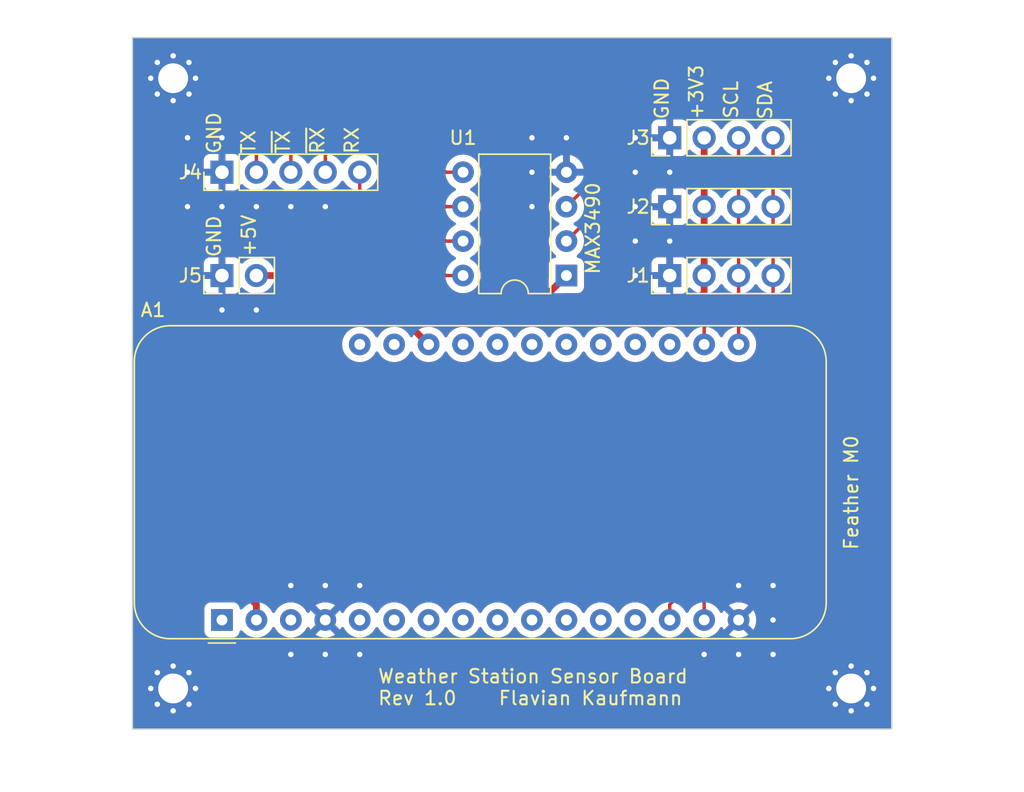
<source format=kicad_pcb>
(kicad_pcb (version 20221018) (generator pcbnew)
  (layers (0 "F.Cu" signal) (31 "B.Cu" signal) (34 "B.Paste" user) (35 "F.Paste" user) (36 "B.SilkS" user "B.Silkscreen") (37 "F.SilkS" user "F.Silkscreen") (38 "B.Mask" user) (39 "F.Mask" user) (44 "Edge.Cuts" user))
  (net 0 "")
  (net 2 "+3V3")
  (net 4 "GND")
  (net 14 "RX")
  (net 15 "TX")
  (net 16 "SDA")
  (net 17 "SCL")
  (net 25 "+5V")
  (net 28 "TX_POS")
  (net 29 "TX_NEG")
  (net 30 "RX_NEG")
  (net 31 "RX_POS")
  (footprint "MountingHole:MountingHole_2.2mm_M2_Pad_Via" (layer "F.Cu") (at 98 106.65)
    (fp_text reference "M3")
    (fp_text value "MountingHole_2.2mm_M2_Pad_Via")
    (pad "1" thru_hole circle (at -1.65 0) (size 0.7 0.7) (drill 0.4) (layers "*.Cu" "*.Mask") (net 4 "GND"))
    (pad "1" thru_hole circle (at -1.166726 -1.166726) (size 0.7 0.7) (drill 0.4) (layers "*.Cu" "*.Mask") (net 4 "GND"))
    (pad "1" thru_hole circle (at -1.166726 1.166726) (size 0.7 0.7) (drill 0.4) (layers "*.Cu" "*.Mask") (net 4 "GND"))
    (pad "1" thru_hole circle (at 0 -1.65) (size 0.7 0.7) (drill 0.4) (layers "*.Cu" "*.Mask") (net 4 "GND"))
    (pad "1" thru_hole circle (at 0 0) (size 4.4 4.4) (drill 2.2) (layers "*.Cu" "*.Mask") (net 4 "GND"))
    (pad "1" thru_hole circle (at 0 1.65) (size 0.7 0.7) (drill 0.4) (layers "*.Cu" "*.Mask") (net 4 "GND"))
    (pad "1" thru_hole circle (at 1.166726 -1.166726) (size 0.7 0.7) (drill 0.4) (layers "*.Cu" "*.Mask") (net 4 "GND"))
    (pad "1" thru_hole circle (at 1.166726 1.166726) (size 0.7 0.7) (drill 0.4) (layers "*.Cu" "*.Mask") (net 4 "GND"))
    (pad "1" thru_hole circle (at 1.65 0) (size 0.7 0.7) (drill 0.4) (layers "*.Cu" "*.Mask") (net 4 "GND"))
  )
  (footprint "Connector_PinHeader_2.54mm:PinHeader_1x02_P2.54mm_Vertical" (layer "F.Cu") (at 101.6 76.2 90)
    (fp_text reference "J5" (at 0 -2.33 180) (layer "F.SilkS"))
    (fp_text value "Conn_01x02")
    (fp_line (start -1.33 -1.33) (end 0 -1.33) (stroke (width 0.12)) (layer "F.SilkS"))
    (fp_line (start -1.33 0) (end -1.33 -1.33) (stroke (width 0.12)) (layer "F.SilkS"))
    (fp_line (start -1.33 1.27) (end -1.33 3.87) (stroke (width 0.12)) (layer "F.SilkS"))
    (fp_line (start -1.33 1.27) (end 1.33 1.27) (stroke (width 0.12)) (layer "F.SilkS"))
    (fp_line (start -1.33 3.87) (end 1.33 3.87) (stroke (width 0.12)) (layer "F.SilkS"))
    (fp_line (start 1.33 1.27) (end 1.33 3.87) (stroke (width 0.12)) (layer "F.SilkS"))
    (pad "1" thru_hole rect (at 0 0 90) (size 1.7 1.7) (drill 1) (layers "*.Cu" "*.Mask") (net 4 "GND"))
    (pad "2" thru_hole oval (at 0 2.54 90) (size 1.7 1.7) (drill 1) (layers "*.Cu" "*.Mask") (net 25 "+5V"))
  )
  (footprint "Package_DIP:DIP-8_W7.62mm" (layer "F.Cu") (at 127 76.2 180)
    (fp_text reference "U1" (at 7.62 10.16) (layer "F.SilkS"))
    (fp_text value "MAX3490xPA")
    (fp_line (start 1.16 -1.33) (end 1.16 8.95) (stroke (width 0.12)) (layer "F.SilkS"))
    (fp_line (start 1.16 8.95) (end 6.46 8.95) (stroke (width 0.12)) (layer "F.SilkS"))
    (fp_line (start 2.81 -1.33) (end 1.16 -1.33) (stroke (width 0.12)) (layer "F.SilkS"))
    (fp_line (start 6.46 -1.33) (end 4.81 -1.33) (stroke (width 0.12)) (layer "F.SilkS"))
    (fp_line (start 6.46 8.95) (end 6.46 -1.33) (stroke (width 0.12)) (layer "F.SilkS"))
    (fp_arc (start 4.81 -1.33) (mid 3.81 -0.33) (end 2.81 -1.33) (stroke (width 0.12)) (layer "F.SilkS"))
    (pad "1" thru_hole rect (at 0 0 180) (size 1.6 1.6) (drill 0.8) (layers "*.Cu" "*.Mask") (net 2 "+3V3"))
    (pad "2" thru_hole oval (at 0 2.54 180) (size 1.6 1.6) (drill 0.8) (layers "*.Cu" "*.Mask") (net 14 "RX"))
    (pad "3" thru_hole oval (at 0 5.08 180) (size 1.6 1.6) (drill 0.8) (layers "*.Cu" "*.Mask") (net 15 "TX"))
    (pad "4" thru_hole oval (at 0 7.62 180) (size 1.6 1.6) (drill 0.8) (layers "*.Cu" "*.Mask") (net 4 "GND"))
    (pad "5" thru_hole oval (at 7.62 7.62 180) (size 1.6 1.6) (drill 0.8) (layers "*.Cu" "*.Mask") (net 28 "TX_POS"))
    (pad "6" thru_hole oval (at 7.62 5.08 180) (size 1.6 1.6) (drill 0.8) (layers "*.Cu" "*.Mask") (net 29 "TX_NEG"))
    (pad "7" thru_hole oval (at 7.62 2.54 180) (size 1.6 1.6) (drill 0.8) (layers "*.Cu" "*.Mask") (net 30 "RX_NEG"))
    (pad "8" thru_hole oval (at 7.62 0 180) (size 1.6 1.6) (drill 0.8) (layers "*.Cu" "*.Mask") (net 31 "RX_POS"))
  )
  (footprint "Connector_PinHeader_2.54mm:PinHeader_1x04_P2.54mm_Vertical" (layer "F.Cu") (at 134.62 71.12 90)
    (fp_text reference "J2" (at 0 -2.33 180) (layer "F.SilkS"))
    (fp_text value "Conn_01x04")
    (fp_line (start -1.33 -1.33) (end 0 -1.33) (stroke (width 0.12)) (layer "F.SilkS"))
    (fp_line (start -1.33 0) (end -1.33 -1.33) (stroke (width 0.12)) (layer "F.SilkS"))
    (fp_line (start -1.33 1.27) (end -1.33 8.95) (stroke (width 0.12)) (layer "F.SilkS"))
    (fp_line (start -1.33 1.27) (end 1.33 1.27) (stroke (width 0.12)) (layer "F.SilkS"))
    (fp_line (start -1.33 8.95) (end 1.33 8.95) (stroke (width 0.12)) (layer "F.SilkS"))
    (fp_line (start 1.33 1.27) (end 1.33 8.95) (stroke (width 0.12)) (layer "F.SilkS"))
    (pad "1" thru_hole rect (at 0 0 90) (size 1.7 1.7) (drill 1) (layers "*.Cu" "*.Mask") (net 4 "GND"))
    (pad "2" thru_hole oval (at 0 2.54 90) (size 1.7 1.7) (drill 1) (layers "*.Cu" "*.Mask") (net 2 "+3V3"))
    (pad "3" thru_hole oval (at 0 5.08 90) (size 1.7 1.7) (drill 1) (layers "*.Cu" "*.Mask") (net 17 "SCL"))
    (pad "4" thru_hole oval (at 0 7.62 90) (size 1.7 1.7) (drill 1) (layers "*.Cu" "*.Mask") (net 16 "SDA"))
  )
  (footprint "MountingHole:MountingHole_2.2mm_M2_Pad_Via" (layer "F.Cu") (at 148 61.65)
    (fp_text reference "M2")
    (fp_text value "MountingHole_2.2mm_M2_Pad_Via")
    (pad "1" thru_hole circle (at -1.65 0) (size 0.7 0.7) (drill 0.4) (layers "*.Cu" "*.Mask") (net 4 "GND"))
    (pad "1" thru_hole circle (at -1.166726 -1.166726) (size 0.7 0.7) (drill 0.4) (layers "*.Cu" "*.Mask") (net 4 "GND"))
    (pad "1" thru_hole circle (at -1.166726 1.166726) (size 0.7 0.7) (drill 0.4) (layers "*.Cu" "*.Mask") (net 4 "GND"))
    (pad "1" thru_hole circle (at 0 -1.65) (size 0.7 0.7) (drill 0.4) (layers "*.Cu" "*.Mask") (net 4 "GND"))
    (pad "1" thru_hole circle (at 0 0) (size 4.4 4.4) (drill 2.2) (layers "*.Cu" "*.Mask") (net 4 "GND"))
    (pad "1" thru_hole circle (at 0 1.65) (size 0.7 0.7) (drill 0.4) (layers "*.Cu" "*.Mask") (net 4 "GND"))
    (pad "1" thru_hole circle (at 1.166726 -1.166726) (size 0.7 0.7) (drill 0.4) (layers "*.Cu" "*.Mask") (net 4 "GND"))
    (pad "1" thru_hole circle (at 1.166726 1.166726) (size 0.7 0.7) (drill 0.4) (layers "*.Cu" "*.Mask") (net 4 "GND"))
    (pad "1" thru_hole circle (at 1.65 0) (size 0.7 0.7) (drill 0.4) (layers "*.Cu" "*.Mask") (net 4 "GND"))
  )
  (footprint "Connector_PinHeader_2.54mm:PinHeader_1x04_P2.54mm_Vertical" (layer "F.Cu") (at 134.62 66.04 90)
    (fp_text reference "J3" (at 0 -2.33 180) (layer "F.SilkS"))
    (fp_text value "Conn_01x04")
    (fp_line (start -1.33 -1.33) (end 0 -1.33) (stroke (width 0.12)) (layer "F.SilkS"))
    (fp_line (start -1.33 0) (end -1.33 -1.33) (stroke (width 0.12)) (layer "F.SilkS"))
    (fp_line (start -1.33 1.27) (end -1.33 8.95) (stroke (width 0.12)) (layer "F.SilkS"))
    (fp_line (start -1.33 1.27) (end 1.33 1.27) (stroke (width 0.12)) (layer "F.SilkS"))
    (fp_line (start -1.33 8.95) (end 1.33 8.95) (stroke (width 0.12)) (layer "F.SilkS"))
    (fp_line (start 1.33 1.27) (end 1.33 8.95) (stroke (width 0.12)) (layer "F.SilkS"))
    (pad "1" thru_hole rect (at 0 0 90) (size 1.7 1.7) (drill 1) (layers "*.Cu" "*.Mask") (net 4 "GND"))
    (pad "2" thru_hole oval (at 0 2.54 90) (size 1.7 1.7) (drill 1) (layers "*.Cu" "*.Mask") (net 2 "+3V3"))
    (pad "3" thru_hole oval (at 0 5.08 90) (size 1.7 1.7) (drill 1) (layers "*.Cu" "*.Mask") (net 17 "SCL"))
    (pad "4" thru_hole oval (at 0 7.62 90) (size 1.7 1.7) (drill 1) (layers "*.Cu" "*.Mask") (net 16 "SDA"))
  )
  (footprint "Connector_PinHeader_2.54mm:PinHeader_1x04_P2.54mm_Vertical" (layer "F.Cu") (at 134.62 76.2 90)
    (fp_text reference "J1" (at 0 -2.33 180) (layer "F.SilkS"))
    (fp_text value "Conn_01x04")
    (fp_line (start -1.33 -1.33) (end 0 -1.33) (stroke (width 0.12)) (layer "F.SilkS"))
    (fp_line (start -1.33 0) (end -1.33 -1.33) (stroke (width 0.12)) (layer "F.SilkS"))
    (fp_line (start -1.33 1.27) (end -1.33 8.95) (stroke (width 0.12)) (layer "F.SilkS"))
    (fp_line (start -1.33 1.27) (end 1.33 1.27) (stroke (width 0.12)) (layer "F.SilkS"))
    (fp_line (start -1.33 8.95) (end 1.33 8.95) (stroke (width 0.12)) (layer "F.SilkS"))
    (fp_line (start 1.33 1.27) (end 1.33 8.95) (stroke (width 0.12)) (layer "F.SilkS"))
    (pad "1" thru_hole rect (at 0 0 90) (size 1.7 1.7) (drill 1) (layers "*.Cu" "*.Mask") (net 4 "GND"))
    (pad "2" thru_hole oval (at 0 2.54 90) (size 1.7 1.7) (drill 1) (layers "*.Cu" "*.Mask") (net 2 "+3V3"))
    (pad "3" thru_hole oval (at 0 5.08 90) (size 1.7 1.7) (drill 1) (layers "*.Cu" "*.Mask") (net 17 "SCL"))
    (pad "4" thru_hole oval (at 0 7.62 90) (size 1.7 1.7) (drill 1) (layers "*.Cu" "*.Mask") (net 16 "SDA"))
  )
  (footprint "MountingHole:MountingHole_2.2mm_M2_Pad_Via" (layer "F.Cu") (at 98 61.65)
    (fp_text reference "M1")
    (fp_text value "MountingHole_2.2mm_M2_Pad_Via")
    (pad "1" thru_hole circle (at -1.65 0) (size 0.7 0.7) (drill 0.4) (layers "*.Cu" "*.Mask") (net 4 "GND"))
    (pad "1" thru_hole circle (at -1.166726 -1.166726) (size 0.7 0.7) (drill 0.4) (layers "*.Cu" "*.Mask") (net 4 "GND"))
    (pad "1" thru_hole circle (at -1.166726 1.166726) (size 0.7 0.7) (drill 0.4) (layers "*.Cu" "*.Mask") (net 4 "GND"))
    (pad "1" thru_hole circle (at 0 -1.65) (size 0.7 0.7) (drill 0.4) (layers "*.Cu" "*.Mask") (net 4 "GND"))
    (pad "1" thru_hole circle (at 0 0) (size 4.4 4.4) (drill 2.2) (layers "*.Cu" "*.Mask") (net 4 "GND"))
    (pad "1" thru_hole circle (at 0 1.65) (size 0.7 0.7) (drill 0.4) (layers "*.Cu" "*.Mask") (net 4 "GND"))
    (pad "1" thru_hole circle (at 1.166726 -1.166726) (size 0.7 0.7) (drill 0.4) (layers "*.Cu" "*.Mask") (net 4 "GND"))
    (pad "1" thru_hole circle (at 1.166726 1.166726) (size 0.7 0.7) (drill 0.4) (layers "*.Cu" "*.Mask") (net 4 "GND"))
    (pad "1" thru_hole circle (at 1.65 0) (size 0.7 0.7) (drill 0.4) (layers "*.Cu" "*.Mask") (net 4 "GND"))
  )
  (footprint "Module:Adafruit_Feather" (layer "F.Cu") (at 101.6 101.6 90)
    (fp_text reference "A1" (at 22.86 -5.08 180) (layer "F.SilkS"))
    (fp_text value "Adafruit_Feather_M0_Basic_Proto")
    (fp_line (start -1.7 1) (end -1.7 -1) (stroke (width 0.12)) (layer "F.SilkS"))
    (fp_line (start -1.38 -3.81) (end -1.38 41.91) (stroke (width 0.12)) (layer "F.SilkS"))
    (fp_line (start 19.05 -6.46) (end 1.27 -6.46) (stroke (width 0.12)) (layer "F.SilkS"))
    (fp_line (start 19.05 44.56) (end 1.27 44.56) (stroke (width 0.12)) (layer "F.SilkS"))
    (fp_line (start 21.7 -3.81) (end 21.7 41.91) (stroke (width 0.12)) (layer "F.SilkS"))
    (fp_arc (start -1.38 -3.81) (mid -0.603833 -5.683833) (end 1.27 -6.46) (stroke (width 0.12)) (layer "F.SilkS"))
    (fp_arc (start 1.27 44.56) (mid -0.603833 43.783833) (end -1.38 41.91) (stroke (width 0.12)) (layer "F.SilkS"))
    (fp_arc (start 19.05 -6.46) (mid 20.923833 -5.683833) (end 21.7 -3.81) (stroke (width 0.12)) (layer "F.SilkS"))
    (fp_arc (start 21.7 41.91) (mid 20.923833 43.783833) (end 19.05 44.56) (stroke (width 0.12)) (layer "F.SilkS"))
    (pad "1" thru_hole rect (at 0 0 270) (size 1.6 1.6) (drill 0.8) (layers "*.Cu" "*.Mask"))
    (pad "2" thru_hole circle (at 0 2.54 270) (size 1.6 1.6) (drill 0.8) (layers "*.Cu" "*.Mask") (net 2 "+3V3"))
    (pad "3" thru_hole circle (at 0 5.08 270) (size 1.6 1.6) (drill 0.8) (layers "*.Cu" "*.Mask"))
    (pad "4" thru_hole circle (at 0 7.62 270) (size 1.6 1.6) (drill 0.8) (layers "*.Cu" "*.Mask") (net 4 "GND"))
    (pad "5" thru_hole circle (at 0 10.16 270) (size 1.6 1.6) (drill 0.8) (layers "*.Cu" "*.Mask"))
    (pad "6" thru_hole circle (at 0 12.7 270) (size 1.6 1.6) (drill 0.8) (layers "*.Cu" "*.Mask"))
    (pad "7" thru_hole circle (at 0 15.24 270) (size 1.6 1.6) (drill 0.8) (layers "*.Cu" "*.Mask"))
    (pad "8" thru_hole circle (at 0 17.78 270) (size 1.6 1.6) (drill 0.8) (layers "*.Cu" "*.Mask"))
    (pad "9" thru_hole circle (at 0 20.32 270) (size 1.6 1.6) (drill 0.8) (layers "*.Cu" "*.Mask"))
    (pad "10" thru_hole circle (at 0 22.86 270) (size 1.6 1.6) (drill 0.8) (layers "*.Cu" "*.Mask"))
    (pad "11" thru_hole circle (at 0 25.4 270) (size 1.6 1.6) (drill 0.8) (layers "*.Cu" "*.Mask"))
    (pad "12" thru_hole circle (at 0 27.94 270) (size 1.6 1.6) (drill 0.8) (layers "*.Cu" "*.Mask"))
    (pad "13" thru_hole circle (at 0 30.48 270) (size 1.6 1.6) (drill 0.8) (layers "*.Cu" "*.Mask"))
    (pad "14" thru_hole circle (at 0 33.02 270) (size 1.6 1.6) (drill 0.8) (layers "*.Cu" "*.Mask") (net 14 "RX"))
    (pad "15" thru_hole circle (at 0 35.56 270) (size 1.6 1.6) (drill 0.8) (layers "*.Cu" "*.Mask") (net 15 "TX"))
    (pad "16" thru_hole circle (at 0 38.1 270) (size 1.6 1.6) (drill 0.8) (layers "*.Cu" "*.Mask") (net 4 "GND"))
    (pad "17" thru_hole circle (at 20.32 38.1 270) (size 1.6 1.6) (drill 0.8) (layers "*.Cu" "*.Mask") (net 16 "SDA"))
    (pad "18" thru_hole circle (at 20.32 35.56 270) (size 1.6 1.6) (drill 0.8) (layers "*.Cu" "*.Mask") (net 17 "SCL"))
    (pad "19" thru_hole circle (at 20.32 33.02 270) (size 1.6 1.6) (drill 0.8) (layers "*.Cu" "*.Mask"))
    (pad "20" thru_hole circle (at 20.32 30.48 270) (size 1.6 1.6) (drill 0.8) (layers "*.Cu" "*.Mask"))
    (pad "21" thru_hole circle (at 20.32 27.94 270) (size 1.6 1.6) (drill 0.8) (layers "*.Cu" "*.Mask"))
    (pad "22" thru_hole circle (at 20.32 25.4 270) (size 1.6 1.6) (drill 0.8) (layers "*.Cu" "*.Mask"))
    (pad "23" thru_hole circle (at 20.32 22.86 270) (size 1.6 1.6) (drill 0.8) (layers "*.Cu" "*.Mask"))
    (pad "24" thru_hole circle (at 20.32 20.32 270) (size 1.6 1.6) (drill 0.8) (layers "*.Cu" "*.Mask"))
    (pad "25" thru_hole circle (at 20.32 17.78 270) (size 1.6 1.6) (drill 0.8) (layers "*.Cu" "*.Mask"))
    (pad "26" thru_hole circle (at 20.32 15.24 270) (size 1.6 1.6) (drill 0.8) (layers "*.Cu" "*.Mask") (net 25 "+5V"))
    (pad "27" thru_hole circle (at 20.32 12.7 270) (size 1.6 1.6) (drill 0.8) (layers "*.Cu" "*.Mask"))
    (pad "28" thru_hole circle (at 20.32 10.16 270) (size 1.6 1.6) (drill 0.8) (layers "*.Cu" "*.Mask"))
  )
  (footprint "Connector_PinHeader_2.54mm:PinHeader_1x05_P2.54mm_Vertical" (layer "F.Cu") (at 101.6 68.58 90)
    (fp_text reference "J4" (at 0 -2.33 180) (layer "F.SilkS"))
    (fp_text value "Conn_01x05")
    (fp_line (start -1.33 -1.33) (end 0 -1.33) (stroke (width 0.12)) (layer "F.SilkS"))
    (fp_line (start -1.33 0) (end -1.33 -1.33) (stroke (width 0.12)) (layer "F.SilkS"))
    (fp_line (start -1.33 1.27) (end -1.33 11.49) (stroke (width 0.12)) (layer "F.SilkS"))
    (fp_line (start -1.33 1.27) (end 1.33 1.27) (stroke (width 0.12)) (layer "F.SilkS"))
    (fp_line (start -1.33 11.49) (end 1.33 11.49) (stroke (width 0.12)) (layer "F.SilkS"))
    (fp_line (start 1.33 1.27) (end 1.33 11.49) (stroke (width 0.12)) (layer "F.SilkS"))
    (pad "1" thru_hole rect (at 0 0 90) (size 1.7 1.7) (drill 1) (layers "*.Cu" "*.Mask") (net 4 "GND"))
    (pad "2" thru_hole oval (at 0 2.54 90) (size 1.7 1.7) (drill 1) (layers "*.Cu" "*.Mask") (net 28 "TX_POS"))
    (pad "3" thru_hole oval (at 0 5.08 90) (size 1.7 1.7) (drill 1) (layers "*.Cu" "*.Mask") (net 29 "TX_NEG"))
    (pad "4" thru_hole oval (at 0 7.62 90) (size 1.7 1.7) (drill 1) (layers "*.Cu" "*.Mask") (net 30 "RX_NEG"))
    (pad "5" thru_hole oval (at 0 10.16 90) (size 1.7 1.7) (drill 1) (layers "*.Cu" "*.Mask") (net 31 "RX_POS"))
  )
  (footprint "MountingHole:MountingHole_2.2mm_M2_Pad_Via" (layer "F.Cu") (at 148 106.65)
    (fp_text reference "M4")
    (fp_text value "MountingHole_2.2mm_M2_Pad_Via")
    (pad "1" thru_hole circle (at -1.65 0) (size 0.7 0.7) (drill 0.4) (layers "*.Cu" "*.Mask") (net 4 "GND"))
    (pad "1" thru_hole circle (at -1.166726 -1.166726) (size 0.7 0.7) (drill 0.4) (layers "*.Cu" "*.Mask") (net 4 "GND"))
    (pad "1" thru_hole circle (at -1.166726 1.166726) (size 0.7 0.7) (drill 0.4) (layers "*.Cu" "*.Mask") (net 4 "GND"))
    (pad "1" thru_hole circle (at 0 -1.65) (size 0.7 0.7) (drill 0.4) (layers "*.Cu" "*.Mask") (net 4 "GND"))
    (pad "1" thru_hole circle (at 0 0) (size 4.4 4.4) (drill 2.2) (layers "*.Cu" "*.Mask") (net 4 "GND"))
    (pad "1" thru_hole circle (at 0 1.65) (size 0.7 0.7) (drill 0.4) (layers "*.Cu" "*.Mask") (net 4 "GND"))
    (pad "1" thru_hole circle (at 1.166726 -1.166726) (size 0.7 0.7) (drill 0.4) (layers "*.Cu" "*.Mask") (net 4 "GND"))
    (pad "1" thru_hole circle (at 1.166726 1.166726) (size 0.7 0.7) (drill 0.4) (layers "*.Cu" "*.Mask") (net 4 "GND"))
    (pad "1" thru_hole circle (at 1.65 0) (size 0.7 0.7) (drill 0.4) (layers "*.Cu" "*.Mask") (net 4 "GND"))
  )
  (gr_rect (start 95 58.65) (end 151 109.65) (stroke (width 0.1)) (fill none) (layer "Edge.Cuts"))
  (gr_text "MAX3490" (at 129.54 76.2 90) (layer "F.SilkS") (effects (font (size 1 1)) (justify left bottom)))
  (gr_text "Flavian Kaufmann" (at 121.92 107.95) (layer "F.SilkS") (effects (font (size 1 1)) (justify left bottom)))
  (gr_text "~{TX}" (at 106.68 67.31 90) (layer "F.SilkS") (effects (font (size 1 1)) (justify left bottom)))
  (gr_text "~{RX}" (at 109.22 67.31 90) (layer "F.SilkS") (effects (font (size 1 1)) (justify left bottom)))
  (gr_text "SDA" (at 142.24 64.77 90) (layer "F.SilkS") (effects (font (size 1 1)) (justify left bottom)))
  (gr_text "GND" (at 101.6 74.93 90) (layer "F.SilkS") (effects (font (size 1 1)) (justify left bottom)))
  (gr_text "+5V" (at 104.17 74.87 90) (layer "F.SilkS") (effects (font (size 1 1)) (justify left bottom)))
  (gr_text "SCL" (at 139.73 64.71 90) (layer "F.SilkS") (effects (font (size 1 1)) (justify left bottom)))
  (gr_text "Feather M0" (at 148.59 96.52 90) (layer "F.SilkS") (effects (font (size 1 1)) (justify left bottom)))
  (gr_text "TX" (at 104.14 67.31 90) (layer "F.SilkS") (effects (font (size 1 1)) (justify left bottom)))
  (gr_text "GND" (at 101.6 67.31 90) (layer "F.SilkS") (effects (font (size 1 1)) (justify left bottom)))
  (gr_text "Weather Station Sensor Board\nRev 1.0" (at 113.03 107.95) (layer "F.SilkS") (effects (font (size 1 1)) (justify left bottom)))
  (gr_text "GND" (at 134.62 64.77 90) (layer "F.SilkS") (effects (font (size 1 1)) (justify left bottom)))
  (gr_text "+3V3" (at 137.16 64.77 90) (layer "F.SilkS") (effects (font (size 1 1)) (justify left bottom)))
  (gr_text "RX" (at 111.76 67.31 90) (layer "F.SilkS") (effects (font (size 1 1)) (justify left bottom)))
  (segment (start 104.14 100.46863) (end 97.79 94.11863) (width 0.5) (layer "F.Cu") (net 2))
  (segment (start 99.06 73.66) (end 111.76 73.66) (width 0.5) (layer "F.Cu") (net 2))
  (segment (start 124.46 78.74) (end 127 76.2) (width 0.5) (layer "F.Cu") (net 2))
  (segment (start 104.14 101.6) (end 104.14 100.46863) (width 0.5) (layer "F.Cu") (net 2))
  (segment (start 135.89 78.74) (end 137.16 77.47) (width 0.5) (layer "F.Cu") (net 2))
  (segment (start 137.16 77.47) (end 137.16 76.2) (width 0.5) (layer "F.Cu") (net 2))
  (segment (start 116.84 78.74) (end 124.46 78.74) (width 0.5) (layer "F.Cu") (net 2))
  (segment (start 97.79 94.11863) (end 97.79 74.93) (width 0.5) (layer "F.Cu") (net 2))
  (segment (start 97.79 74.93) (end 99.06 73.66) (width 0.5) (layer "F.Cu") (net 2))
  (segment (start 124.46 78.74) (end 135.89 78.74) (width 0.5) (layer "F.Cu") (net 2))
  (segment (start 111.76 73.66) (end 116.84 78.74) (width 0.5) (layer "F.Cu") (net 2))
  (segment (start 137.16 66.04) (end 137.16 71.12) (width 0.5) (layer "F.Cu") (net 2))
  (segment (start 137.16 71.12) (end 137.16 76.2) (width 0.5) (layer "F.Cu") (net 2))
  (via (at 101.6 66.04) (size 0.8) (drill 0.4) (layers "F.Cu" "B.Cu") (net 4))
  (via (at 124.46 66.04) (size 0.8) (drill 0.4) (layers "F.Cu" "B.Cu") (net 4))
  (via (at 109.22 99.06) (size 0.8) (drill 0.4) (layers "F.Cu" "B.Cu") (net 4))
  (via (at 109.22 71.12) (size 0.8) (drill 0.4) (layers "F.Cu" "B.Cu") (net 4))
  (via (at 142.24 101.6) (size 0.8) (drill 0.4) (layers "F.Cu" "B.Cu") (net 4))
  (via (at 132.08 73.66) (size 0.8) (drill 0.4) (layers "F.Cu" "B.Cu") (net 4))
  (via (at 111.76 99.06) (size 0.8) (drill 0.4) (layers "F.Cu" "B.Cu") (net 4))
  (via (at 142.24 104.14) (size 0.8) (drill 0.4) (layers "F.Cu" "B.Cu") (net 4))
  (via (at 124.46 71.12) (size 0.8) (drill 0.4) (layers "F.Cu" "B.Cu") (net 4))
  (via (at 132.08 71.12) (size 0.8) (drill 0.4) (layers "F.Cu" "B.Cu") (net 4))
  (via (at 106.68 104.14) (size 0.8) (drill 0.4) (layers "F.Cu" "B.Cu") (net 4))
  (via (at 127 66.04) (size 0.8) (drill 0.4) (layers "F.Cu" "B.Cu") (net 4))
  (via (at 104.14 78.74) (size 0.8) (drill 0.4) (layers "F.Cu" "B.Cu") (net 4))
  (via (at 132.08 68.58) (size 0.8) (drill 0.4) (layers "F.Cu" "B.Cu") (net 4))
  (via (at 106.68 99.06) (size 0.8) (drill 0.4) (layers "F.Cu" "B.Cu") (net 4))
  (via (at 132.08 76.2) (size 0.8) (drill 0.4) (layers "F.Cu" "B.Cu") (net 4))
  (via (at 99.06 68.58) (size 0.8) (drill 0.4) (layers "F.Cu" "B.Cu") (net 4))
  (via (at 101.6 71.12) (size 0.8) (drill 0.4) (layers "F.Cu" "B.Cu") (net 4))
  (via (at 104.14 71.12) (size 0.8) (drill 0.4) (layers "F.Cu" "B.Cu") (net 4))
  (via (at 137.16 104.14) (size 0.8) (drill 0.4) (layers "F.Cu" "B.Cu") (net 4))
  (via (at 111.76 104.14) (size 0.8) (drill 0.4) (layers "F.Cu" "B.Cu") (net 4))
  (via (at 99.06 66.04) (size 0.8) (drill 0.4) (layers "F.Cu" "B.Cu") (net 4))
  (via (at 132.08 66.04) (size 0.8) (drill 0.4) (layers "F.Cu" "B.Cu") (net 4))
  (via (at 99.06 71.12) (size 0.8) (drill 0.4) (layers "F.Cu" "B.Cu") (net 4))
  (via (at 142.24 99.06) (size 0.8) (drill 0.4) (layers "F.Cu" "B.Cu") (net 4))
  (via (at 109.22 104.14) (size 0.8) (drill 0.4) (layers "F.Cu" "B.Cu") (net 4))
  (via (at 139.7 99.06) (size 0.8) (drill 0.4) (layers "F.Cu" "B.Cu") (net 4))
  (via (at 124.46 68.58) (size 0.8) (drill 0.4) (layers "F.Cu" "B.Cu") (net 4))
  (via (at 134.62 73.66) (size 0.8) (drill 0.4) (layers "F.Cu" "B.Cu") (net 4))
  (via (at 134.62 68.58) (size 0.8) (drill 0.4) (layers "F.Cu" "B.Cu") (net 4))
  (via (at 139.7 104.14) (size 0.8) (drill 0.4) (layers "F.Cu" "B.Cu") (net 4))
  (via (at 106.68 71.12) (size 0.8) (drill 0.4) (layers "F.Cu" "B.Cu") (net 4))
  (via (at 101.6 78.74) (size 0.8) (drill 0.4) (layers "F.Cu" "B.Cu") (net 4))
  (segment (start 127 73.66) (end 129.99 70.67) (width 0.25) (layer "F.Cu") (net 14))
  (segment (start 145.6 96.333604) (end 144.593604 97.34) (width 0.25) (layer "F.Cu") (net 14))
  (segment (start 134.62 100.46863) (end 134.62 101.6) (width 0.25) (layer "F.Cu") (net 14))
  (segment (start 129.99 63.686396) (end 130.996396 62.68) (width 0.25) (layer "F.Cu") (net 14))
  (segment (start 144.593604 97.34) (end 137.74863 97.34) (width 0.25) (layer "F.Cu") (net 14))
  (segment (start 137.74863 97.34) (end 134.62 100.46863) (width 0.25) (layer "F.Cu") (net 14))
  (segment (start 143.323604 62.68) (end 145.6 64.956396) (width 0.25) (layer "F.Cu") (net 14))
  (segment (start 130.996396 62.68) (end 143.323604 62.68) (width 0.25) (layer "F.Cu") (net 14))
  (segment (start 145.6 64.956396) (end 145.6 96.333604) (width 0.25) (layer "F.Cu") (net 14))
  (segment (start 129.99 70.67) (end 129.99 63.686396) (width 0.25) (layer "F.Cu") (net 14))
  (segment (start 146.05 64.77) (end 146.05 96.52) (width 0.25) (layer "F.Cu") (net 15))
  (segment (start 129.54 68.58) (end 129.54 63.5) (width 0.25) (layer "F.Cu") (net 15))
  (segment (start 127 71.12) (end 129.54 68.58) (width 0.25) (layer "F.Cu") (net 15))
  (segment (start 146.05 96.52) (end 144.78 97.79) (width 0.25) (layer "F.Cu") (net 15))
  (segment (start 144.78 97.79) (end 138.43 97.79) (width 0.25) (layer "F.Cu") (net 15))
  (segment (start 143.51 62.23) (end 146.05 64.77) (width 0.25) (layer "F.Cu") (net 15))
  (segment (start 129.54 63.5) (end 130.81 62.23) (width 0.25) (layer "F.Cu") (net 15))
  (segment (start 137.16 99.06) (end 137.16 101.6) (width 0.25) (layer "F.Cu") (net 15))
  (segment (start 138.43 97.79) (end 137.16 99.06) (width 0.25) (layer "F.Cu") (net 15))
  (segment (start 130.81 62.23) (end 143.51 62.23) (width 0.25) (layer "F.Cu") (net 15))
  (segment (start 142.24 66.04) (end 142.24 71.12) (width 0.25) (layer "F.Cu") (net 16))
  (segment (start 142.24 71.12) (end 142.24 76.2) (width 0.25) (layer "F.Cu") (net 16))
  (segment (start 142.24 77.47) (end 142.24 76.2) (width 0.25) (layer "F.Cu") (net 16))
  (segment (start 139.7 80.01) (end 142.24 77.47) (width 0.25) (layer "F.Cu") (net 16))
  (segment (start 139.7 81.28) (end 139.7 80.01) (width 0.25) (layer "F.Cu") (net 16))
  (segment (start 137.16 80.01) (end 139.7 77.47) (width 0.25) (layer "F.Cu") (net 17))
  (segment (start 139.7 77.47) (end 139.7 76.2) (width 0.25) (layer "F.Cu") (net 17))
  (segment (start 139.7 66.04) (end 139.7 71.12) (width 0.25) (layer "F.Cu") (net 17))
  (segment (start 139.7 71.12) (end 139.7 76.2) (width 0.25) (layer "F.Cu") (net 17))
  (segment (start 137.16 81.28) (end 137.16 80.01) (width 0.25) (layer "F.Cu") (net 17))
  (segment (start 111.76 76.2) (end 116.84 81.28) (width 0.5) (layer "F.Cu") (net 25))
  (segment (start 104.14 76.2) (end 111.76 76.2) (width 0.5) (layer "F.Cu") (net 25))
  (segment (start 118.11 68.577208) (end 118.11 68.58) (width 0.25) (layer "F.Cu") (net 28))
  (segment (start 114.672792 65.14) (end 118.11 68.577208) (width 0.25) (layer "F.Cu") (net 28))
  (segment (start 104.14 67.31) (end 106.31 65.14) (width 0.25) (layer "F.Cu") (net 28))
  (segment (start 106.31 65.14) (end 114.672792 65.14) (width 0.25) (layer "F.Cu") (net 28))
  (segment (start 118.11 68.58) (end 119.38 68.58) (width 0.25) (layer "F.Cu") (net 28))
  (segment (start 104.14 68.58) (end 104.14 67.31) (width 0.25) (layer "F.Cu") (net 28))
  (segment (start 114.486396 65.59) (end 116.02 67.123604) (width 0.25) (layer "F.Cu") (net 29))
  (segment (start 106.68 68.58) (end 106.68 67.31) (width 0.25) (layer "F.Cu") (net 29))
  (segment (start 116.02 69.03) (end 118.11 71.12) (width 0.25) (layer "F.Cu") (net 29))
  (segment (start 118.11 71.12) (end 119.38 71.12) (width 0.25) (layer "F.Cu") (net 29))
  (segment (start 108.4 65.59) (end 114.486396 65.59) (width 0.25) (layer "F.Cu") (net 29))
  (segment (start 106.68 67.31) (end 108.4 65.59) (width 0.25) (layer "F.Cu") (net 29))
  (segment (start 116.02 67.123604) (end 116.02 69.03) (width 0.25) (layer "F.Cu") (net 29))
  (segment (start 110.49 66.04) (end 109.22 67.31) (width 0.25) (layer "F.Cu") (net 30))
  (segment (start 109.22 67.31) (end 109.22 68.58) (width 0.25) (layer "F.Cu") (net 30))
  (segment (start 115.57 67.31) (end 114.3 66.04) (width 0.25) (layer "F.Cu") (net 30))
  (segment (start 114.3 66.04) (end 110.49 66.04) (width 0.25) (layer "F.Cu") (net 30))
  (segment (start 118.11 73.66) (end 115.57 71.12) (width 0.25) (layer "F.Cu") (net 30))
  (segment (start 119.38 73.66) (end 118.11 73.66) (width 0.25) (layer "F.Cu") (net 30))
  (segment (start 115.57 71.12) (end 115.57 67.31) (width 0.25) (layer "F.Cu") (net 30))
  (segment (start 111.76 69.85) (end 118.11 76.2) (width 0.25) (layer "F.Cu") (net 31))
  (segment (start 118.11 76.2) (end 119.38 76.2) (width 0.25) (layer "F.Cu") (net 31))
  (segment (start 111.76 68.58) (end 111.76 69.85) (width 0.25) (layer "F.Cu") (net 31))
  (zone (net 4) (net_name "GND") (layers "F&B.Cu") (connect_pads (clearance 0)) (min_thickness 0.25) (fill yes (thermal_gap 0.5) (thermal_bridge_width 0.5))
    (polygon (pts (xy 91.44 55.88) (xy 152.4 55.88) (xy 152.4 114.3) (xy 91.44 114.3)))
  )
)
</source>
